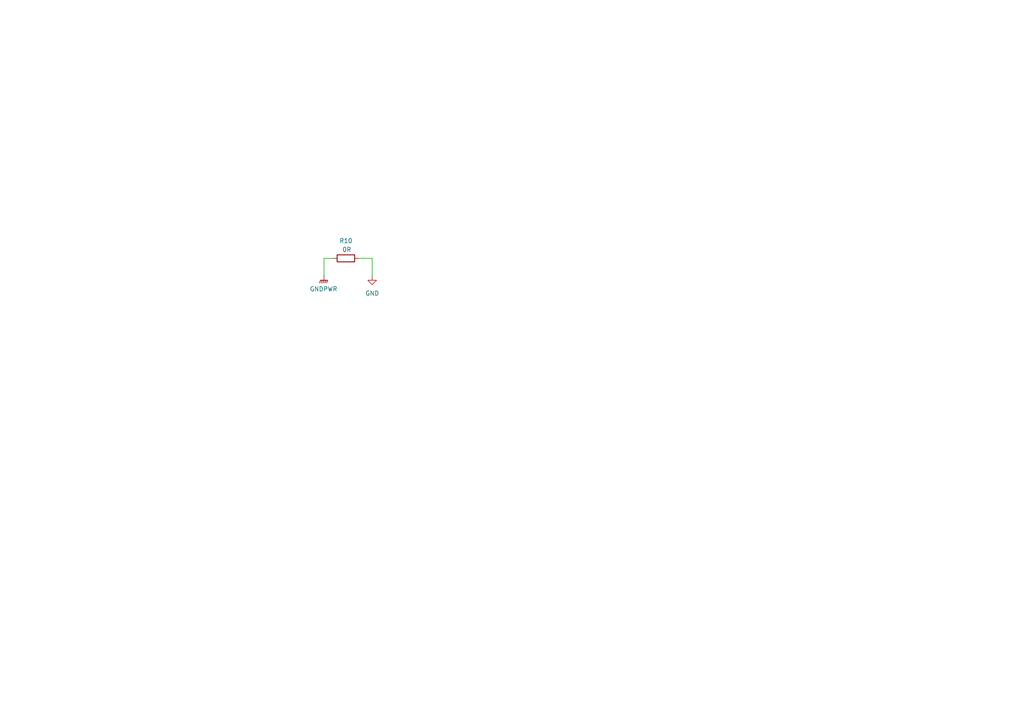
<source format=kicad_sch>
(kicad_sch
	(version 20231120)
	(generator "eeschema")
	(generator_version "8.0")
	(uuid "4a7e95e1-b848-4fda-a9c5-24141c316cff")
	(paper "A4")
	(lib_symbols
		(symbol "Device:R"
			(pin_numbers hide)
			(pin_names
				(offset 0)
			)
			(exclude_from_sim no)
			(in_bom yes)
			(on_board yes)
			(property "Reference" "R"
				(at 2.032 0 90)
				(effects
					(font
						(size 1.27 1.27)
					)
				)
			)
			(property "Value" "R"
				(at 0 0 90)
				(effects
					(font
						(size 1.27 1.27)
					)
				)
			)
			(property "Footprint" ""
				(at -1.778 0 90)
				(effects
					(font
						(size 1.27 1.27)
					)
					(hide yes)
				)
			)
			(property "Datasheet" "~"
				(at 0 0 0)
				(effects
					(font
						(size 1.27 1.27)
					)
					(hide yes)
				)
			)
			(property "Description" "Resistor"
				(at 0 0 0)
				(effects
					(font
						(size 1.27 1.27)
					)
					(hide yes)
				)
			)
			(property "ki_keywords" "R res resistor"
				(at 0 0 0)
				(effects
					(font
						(size 1.27 1.27)
					)
					(hide yes)
				)
			)
			(property "ki_fp_filters" "R_*"
				(at 0 0 0)
				(effects
					(font
						(size 1.27 1.27)
					)
					(hide yes)
				)
			)
			(symbol "R_0_1"
				(rectangle
					(start -1.016 -2.54)
					(end 1.016 2.54)
					(stroke
						(width 0.254)
						(type default)
					)
					(fill
						(type none)
					)
				)
			)
			(symbol "R_1_1"
				(pin passive line
					(at 0 3.81 270)
					(length 1.27)
					(name "~"
						(effects
							(font
								(size 1.27 1.27)
							)
						)
					)
					(number "1"
						(effects
							(font
								(size 1.27 1.27)
							)
						)
					)
				)
				(pin passive line
					(at 0 -3.81 90)
					(length 1.27)
					(name "~"
						(effects
							(font
								(size 1.27 1.27)
							)
						)
					)
					(number "2"
						(effects
							(font
								(size 1.27 1.27)
							)
						)
					)
				)
			)
		)
		(symbol "power:GND"
			(power)
			(pin_numbers hide)
			(pin_names
				(offset 0) hide)
			(exclude_from_sim no)
			(in_bom yes)
			(on_board yes)
			(property "Reference" "#PWR"
				(at 0 -6.35 0)
				(effects
					(font
						(size 1.27 1.27)
					)
					(hide yes)
				)
			)
			(property "Value" "GND"
				(at 0 -3.81 0)
				(effects
					(font
						(size 1.27 1.27)
					)
				)
			)
			(property "Footprint" ""
				(at 0 0 0)
				(effects
					(font
						(size 1.27 1.27)
					)
					(hide yes)
				)
			)
			(property "Datasheet" ""
				(at 0 0 0)
				(effects
					(font
						(size 1.27 1.27)
					)
					(hide yes)
				)
			)
			(property "Description" "Power symbol creates a global label with name \"GND\" , ground"
				(at 0 0 0)
				(effects
					(font
						(size 1.27 1.27)
					)
					(hide yes)
				)
			)
			(property "ki_keywords" "global power"
				(at 0 0 0)
				(effects
					(font
						(size 1.27 1.27)
					)
					(hide yes)
				)
			)
			(symbol "GND_0_1"
				(polyline
					(pts
						(xy 0 0) (xy 0 -1.27) (xy 1.27 -1.27) (xy 0 -2.54) (xy -1.27 -1.27) (xy 0 -1.27)
					)
					(stroke
						(width 0)
						(type default)
					)
					(fill
						(type none)
					)
				)
			)
			(symbol "GND_1_1"
				(pin power_in line
					(at 0 0 270)
					(length 0)
					(name "~"
						(effects
							(font
								(size 1.27 1.27)
							)
						)
					)
					(number "1"
						(effects
							(font
								(size 1.27 1.27)
							)
						)
					)
				)
			)
		)
		(symbol "power:GNDPWR"
			(power)
			(pin_numbers hide)
			(pin_names
				(offset 0) hide)
			(exclude_from_sim no)
			(in_bom yes)
			(on_board yes)
			(property "Reference" "#PWR"
				(at 0 -5.08 0)
				(effects
					(font
						(size 1.27 1.27)
					)
					(hide yes)
				)
			)
			(property "Value" "GNDPWR"
				(at 0 -3.302 0)
				(effects
					(font
						(size 1.27 1.27)
					)
				)
			)
			(property "Footprint" ""
				(at 0 -1.27 0)
				(effects
					(font
						(size 1.27 1.27)
					)
					(hide yes)
				)
			)
			(property "Datasheet" ""
				(at 0 -1.27 0)
				(effects
					(font
						(size 1.27 1.27)
					)
					(hide yes)
				)
			)
			(property "Description" "Power symbol creates a global label with name \"GNDPWR\" , global ground"
				(at 0 0 0)
				(effects
					(font
						(size 1.27 1.27)
					)
					(hide yes)
				)
			)
			(property "ki_keywords" "global ground"
				(at 0 0 0)
				(effects
					(font
						(size 1.27 1.27)
					)
					(hide yes)
				)
			)
			(symbol "GNDPWR_0_1"
				(polyline
					(pts
						(xy 0 -1.27) (xy 0 0)
					)
					(stroke
						(width 0)
						(type default)
					)
					(fill
						(type none)
					)
				)
				(polyline
					(pts
						(xy -1.016 -1.27) (xy -1.27 -2.032) (xy -1.27 -2.032)
					)
					(stroke
						(width 0.2032)
						(type default)
					)
					(fill
						(type none)
					)
				)
				(polyline
					(pts
						(xy -0.508 -1.27) (xy -0.762 -2.032) (xy -0.762 -2.032)
					)
					(stroke
						(width 0.2032)
						(type default)
					)
					(fill
						(type none)
					)
				)
				(polyline
					(pts
						(xy 0 -1.27) (xy -0.254 -2.032) (xy -0.254 -2.032)
					)
					(stroke
						(width 0.2032)
						(type default)
					)
					(fill
						(type none)
					)
				)
				(polyline
					(pts
						(xy 0.508 -1.27) (xy 0.254 -2.032) (xy 0.254 -2.032)
					)
					(stroke
						(width 0.2032)
						(type default)
					)
					(fill
						(type none)
					)
				)
				(polyline
					(pts
						(xy 1.016 -1.27) (xy -1.016 -1.27) (xy -1.016 -1.27)
					)
					(stroke
						(width 0.2032)
						(type default)
					)
					(fill
						(type none)
					)
				)
				(polyline
					(pts
						(xy 1.016 -1.27) (xy 0.762 -2.032) (xy 0.762 -2.032) (xy 0.762 -2.032)
					)
					(stroke
						(width 0.2032)
						(type default)
					)
					(fill
						(type none)
					)
				)
			)
			(symbol "GNDPWR_1_1"
				(pin power_in line
					(at 0 0 270)
					(length 0)
					(name "~"
						(effects
							(font
								(size 1.27 1.27)
							)
						)
					)
					(number "1"
						(effects
							(font
								(size 1.27 1.27)
							)
						)
					)
				)
			)
		)
	)
	(wire
		(pts
			(xy 93.98 74.93) (xy 93.98 80.01)
		)
		(stroke
			(width 0)
			(type default)
		)
		(uuid "16fef633-122d-4ecb-b499-3f176506f1e2")
	)
	(wire
		(pts
			(xy 96.52 74.93) (xy 93.98 74.93)
		)
		(stroke
			(width 0)
			(type default)
		)
		(uuid "3d3fe07e-2c6e-4850-b701-99b308b522d0")
	)
	(wire
		(pts
			(xy 107.95 74.93) (xy 107.95 80.01)
		)
		(stroke
			(width 0)
			(type default)
		)
		(uuid "53db9308-23b3-493a-a490-b7b31e16f054")
	)
	(wire
		(pts
			(xy 104.14 74.93) (xy 107.95 74.93)
		)
		(stroke
			(width 0)
			(type default)
		)
		(uuid "82c543b8-45e0-4be8-9d1c-448f42962a65")
	)
	(symbol
		(lib_id "power:GNDPWR")
		(at 93.98 80.01 0)
		(unit 1)
		(exclude_from_sim no)
		(in_bom yes)
		(on_board yes)
		(dnp no)
		(fields_autoplaced yes)
		(uuid "05587158-1298-4e1a-a145-15f4ea1d5965")
		(property "Reference" "#PWR013"
			(at 93.98 85.09 0)
			(effects
				(font
					(size 1.27 1.27)
				)
				(hide yes)
			)
		)
		(property "Value" "GNDPWR"
			(at 93.853 83.82 0)
			(effects
				(font
					(size 1.27 1.27)
				)
			)
		)
		(property "Footprint" ""
			(at 93.98 81.28 0)
			(effects
				(font
					(size 1.27 1.27)
				)
				(hide yes)
			)
		)
		(property "Datasheet" ""
			(at 93.98 81.28 0)
			(effects
				(font
					(size 1.27 1.27)
				)
				(hide yes)
			)
		)
		(property "Description" "Power symbol creates a global label with name \"GNDPWR\" , global ground"
			(at 93.98 80.01 0)
			(effects
				(font
					(size 1.27 1.27)
				)
				(hide yes)
			)
		)
		(pin "1"
			(uuid "6fbc2a51-b491-41bc-b222-cb6e4b127999")
		)
		(instances
			(project ""
				(path "/e8e834c4-1afb-42f7-b718-3cb720dae1d5/d11375b6-85a9-49ff-bb57-7410fd86ed2a"
					(reference "#PWR013")
					(unit 1)
				)
			)
		)
	)
	(symbol
		(lib_id "Device:R")
		(at 100.33 74.93 270)
		(unit 1)
		(exclude_from_sim no)
		(in_bom yes)
		(on_board yes)
		(dnp no)
		(uuid "b690b1b7-65ab-488f-aed9-3a12623f1e71")
		(property "Reference" "R10"
			(at 100.33 69.85 90)
			(effects
				(font
					(size 1.27 1.27)
				)
			)
		)
		(property "Value" "0R"
			(at 100.584 72.39 90)
			(effects
				(font
					(size 1.27 1.27)
				)
			)
		)
		(property "Footprint" "Resistor_SMD:R_0805_2012Metric"
			(at 100.33 73.152 90)
			(effects
				(font
					(size 1.27 1.27)
				)
				(hide yes)
			)
		)
		(property "Datasheet" "~"
			(at 100.33 74.93 0)
			(effects
				(font
					(size 1.27 1.27)
				)
				(hide yes)
			)
		)
		(property "Description" "Resistor"
			(at 100.33 74.93 0)
			(effects
				(font
					(size 1.27 1.27)
				)
				(hide yes)
			)
		)
		(pin "2"
			(uuid "d1f7ab6d-b16d-4cbe-9593-1fcf502dc0c2")
		)
		(pin "1"
			(uuid "2f1fe41f-06a1-4d39-89b8-055e24f18fc1")
		)
		(instances
			(project ""
				(path "/e8e834c4-1afb-42f7-b718-3cb720dae1d5/d11375b6-85a9-49ff-bb57-7410fd86ed2a"
					(reference "R10")
					(unit 1)
				)
			)
		)
	)
	(symbol
		(lib_id "power:GND")
		(at 107.95 80.01 0)
		(unit 1)
		(exclude_from_sim no)
		(in_bom yes)
		(on_board yes)
		(dnp no)
		(fields_autoplaced yes)
		(uuid "dfad47af-576a-453f-9d4e-0c41f57200ab")
		(property "Reference" "#PWR021"
			(at 107.95 86.36 0)
			(effects
				(font
					(size 1.27 1.27)
				)
				(hide yes)
			)
		)
		(property "Value" "GND"
			(at 107.95 85.09 0)
			(effects
				(font
					(size 1.27 1.27)
				)
			)
		)
		(property "Footprint" ""
			(at 107.95 80.01 0)
			(effects
				(font
					(size 1.27 1.27)
				)
				(hide yes)
			)
		)
		(property "Datasheet" ""
			(at 107.95 80.01 0)
			(effects
				(font
					(size 1.27 1.27)
				)
				(hide yes)
			)
		)
		(property "Description" "Power symbol creates a global label with name \"GND\" , ground"
			(at 107.95 80.01 0)
			(effects
				(font
					(size 1.27 1.27)
				)
				(hide yes)
			)
		)
		(pin "1"
			(uuid "bb7d871e-c601-4978-b3d4-09788d708633")
		)
		(instances
			(project ""
				(path "/e8e834c4-1afb-42f7-b718-3cb720dae1d5/d11375b6-85a9-49ff-bb57-7410fd86ed2a"
					(reference "#PWR021")
					(unit 1)
				)
			)
		)
	)
)

</source>
